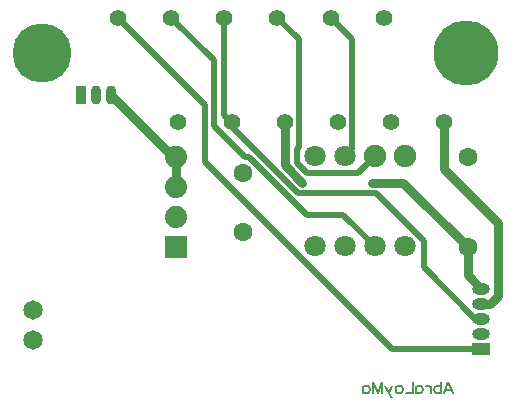
<source format=gbl>
G04 Layer: BottomLayer*
G04 EasyEDA v6.5.34, 2023-08-16 01:38:41*
G04 0b4bf82fb62e4253a9ec38605943c121,d082a57bed8c4960b86515869d5a82c3,10*
G04 Gerber Generator version 0.2*
G04 Scale: 100 percent, Rotated: No, Reflected: No *
G04 Dimensions in millimeters *
G04 leading zeros omitted , absolute positions ,4 integer and 5 decimal *
%FSLAX45Y45*%
%MOMM*%

%ADD10C,0.2032*%
%ADD11C,0.5000*%
%ADD12C,0.7500*%
%ADD13C,1.6510*%
%ADD14C,1.4000*%
%ADD15C,1.6000*%
%ADD16R,1.8796X1.8796*%
%ADD17C,1.8796*%
%ADD18C,1.8000*%
%ADD19C,1.9050*%
%ADD20R,1.5240X1.0000*%
%ADD21O,1.524X0.9999979999999999*%
%ADD22O,0.8999982X1.5999968*%
%ADD23R,0.9000X1.6000*%
%ADD24C,5.5000*%
%ADD25C,5.0000*%
%ADD26C,0.6100*%

%LPD*%
D10*
X3913377Y177037D02*
G01*
X3949700Y81534D01*
X3913377Y177037D02*
G01*
X3877056Y81534D01*
X3935984Y113537D02*
G01*
X3890518Y113537D01*
X3847084Y177037D02*
G01*
X3847084Y81534D01*
X3847084Y131571D02*
G01*
X3837940Y140715D01*
X3828795Y145287D01*
X3815079Y145287D01*
X3806190Y140715D01*
X3797045Y131571D01*
X3792474Y118110D01*
X3792474Y108965D01*
X3797045Y95250D01*
X3806190Y86105D01*
X3815079Y81534D01*
X3828795Y81534D01*
X3837940Y86105D01*
X3847084Y95250D01*
X3762502Y145287D02*
G01*
X3762502Y81534D01*
X3762502Y118110D02*
G01*
X3757929Y131571D01*
X3748786Y140715D01*
X3739641Y145287D01*
X3726179Y145287D01*
X3641597Y145287D02*
G01*
X3641597Y81534D01*
X3641597Y131571D02*
G01*
X3650488Y140715D01*
X3659631Y145287D01*
X3673347Y145287D01*
X3682491Y140715D01*
X3691636Y131571D01*
X3695954Y118110D01*
X3695954Y108965D01*
X3691636Y95250D01*
X3682491Y86105D01*
X3673347Y81534D01*
X3659631Y81534D01*
X3650488Y86105D01*
X3641597Y95250D01*
X3611625Y177037D02*
G01*
X3611625Y81534D01*
X3611625Y81534D02*
G01*
X3557015Y81534D01*
X3504184Y145287D02*
G01*
X3513327Y140715D01*
X3522472Y131571D01*
X3527043Y118110D01*
X3527043Y108965D01*
X3522472Y95250D01*
X3513327Y86105D01*
X3504184Y81534D01*
X3490722Y81534D01*
X3481577Y86105D01*
X3472434Y95250D01*
X3467861Y108965D01*
X3467861Y118110D01*
X3472434Y131571D01*
X3481577Y140715D01*
X3490722Y145287D01*
X3504184Y145287D01*
X3433318Y145287D02*
G01*
X3406140Y81534D01*
X3378708Y145287D02*
G01*
X3406140Y81534D01*
X3415029Y63500D01*
X3424174Y54355D01*
X3433318Y49784D01*
X3437890Y49784D01*
X3348736Y177037D02*
G01*
X3348736Y81534D01*
X3348736Y177037D02*
G01*
X3312413Y81534D01*
X3276091Y177037D02*
G01*
X3312413Y81534D01*
X3276091Y177037D02*
G01*
X3276091Y81534D01*
X3191509Y145287D02*
G01*
X3191509Y81534D01*
X3191509Y131571D02*
G01*
X3200654Y140715D01*
X3209797Y145287D01*
X3223259Y145287D01*
X3232404Y140715D01*
X3241547Y131571D01*
X3246120Y118110D01*
X3246120Y108965D01*
X3241547Y95250D01*
X3232404Y86105D01*
X3223259Y81534D01*
X3209797Y81534D01*
X3200654Y86105D01*
X3191509Y95250D01*
D11*
X3288766Y1326870D02*
G01*
X3024352Y1591284D01*
X2713126Y1591284D01*
X2224176Y2080234D01*
X2187676Y2080234D01*
X1926615Y2341295D01*
X1926615Y2900654D01*
X1566189Y3261080D01*
D12*
X4191000Y965200D02*
G01*
X4076700Y1079500D01*
X4076700Y1317599D01*
X1054100Y2603500D02*
G01*
X1578000Y2079599D01*
X1609597Y2079599D01*
X1609597Y2079599D02*
G01*
X1609597Y1825599D01*
X3263036Y1862709D02*
G01*
X3531590Y1862709D01*
X4076700Y1317599D01*
D11*
X3034766Y2088870D02*
G01*
X3097911Y2152014D01*
X3097911Y3078098D01*
X2914929Y3261080D01*
X4191000Y457200D02*
G01*
X3435883Y457200D01*
X1851431Y2041652D01*
X1851431Y2526258D01*
X1116609Y3261080D01*
X3288766Y2088870D02*
G01*
X3147822Y1947926D01*
X2715844Y1947926D01*
X2629712Y2034057D01*
X2629712Y2149932D01*
X2648077Y2168296D01*
X2648077Y3078353D01*
X2465349Y3261080D01*
X2076195Y2377719D02*
G01*
X2076195Y2339619D01*
X2640761Y1775053D01*
X3297123Y1775053D01*
X3704920Y1367256D01*
X3704920Y1147673D01*
X4141393Y711200D01*
X4191000Y711200D01*
X2015769Y3261080D02*
G01*
X2015769Y2438145D01*
X2076195Y2377719D01*
D12*
X4191000Y838200D02*
G01*
X4266438Y838200D01*
X4331843Y903604D01*
X4331843Y1523161D01*
X3874515Y1980488D01*
X3874515Y2377719D01*
X2676169Y1863597D02*
G01*
X2525775Y2013991D01*
X2525775Y2377719D01*
D13*
G01*
X393700Y787397D03*
G01*
X393700Y533397D03*
D14*
G01*
X1566176Y3261078D03*
G01*
X2076183Y2377721D03*
G01*
X2015756Y3261078D03*
G01*
X2525763Y2377721D03*
G01*
X2465336Y3261078D03*
G01*
X2975343Y2377721D03*
D15*
G01*
X4076700Y1317594D03*
G01*
X4076700Y2079594D03*
D14*
G01*
X1116596Y3261078D03*
G01*
X1626603Y2377721D03*
G01*
X2914916Y3261078D03*
G01*
X3424923Y2377721D03*
G01*
X3364496Y3261078D03*
G01*
X3874503Y2377721D03*
D16*
G01*
X1609595Y1317597D03*
D17*
G01*
X1609595Y1571597D03*
G01*
X1609595Y1825597D03*
G01*
X1609595Y2079597D03*
D18*
G01*
X2780761Y1326880D03*
G01*
X3034761Y1326880D03*
G01*
X3288761Y1326880D03*
G01*
X3542761Y1326880D03*
D19*
G01*
X3542761Y2088880D03*
D18*
G01*
X3034761Y2088880D03*
G01*
X2780761Y2088880D03*
D19*
G01*
X3288761Y2088880D03*
D20*
G01*
X4190992Y457197D03*
D21*
G01*
X4190992Y584197D03*
G01*
X4190992Y711197D03*
G01*
X4190992Y838197D03*
G01*
X4190992Y965197D03*
D22*
G01*
X1054100Y2603500D03*
G01*
X927100Y2603500D03*
D23*
G01*
X800100Y2603500D03*
D15*
G01*
X2171700Y1948581D03*
G01*
X2171700Y1448582D03*
D24*
G01*
X4064000Y2959100D03*
D25*
G01*
X469900Y2959100D03*
D26*
G01*
X2676169Y1863597D03*
G01*
X3263036Y1862709D03*
M02*

</source>
